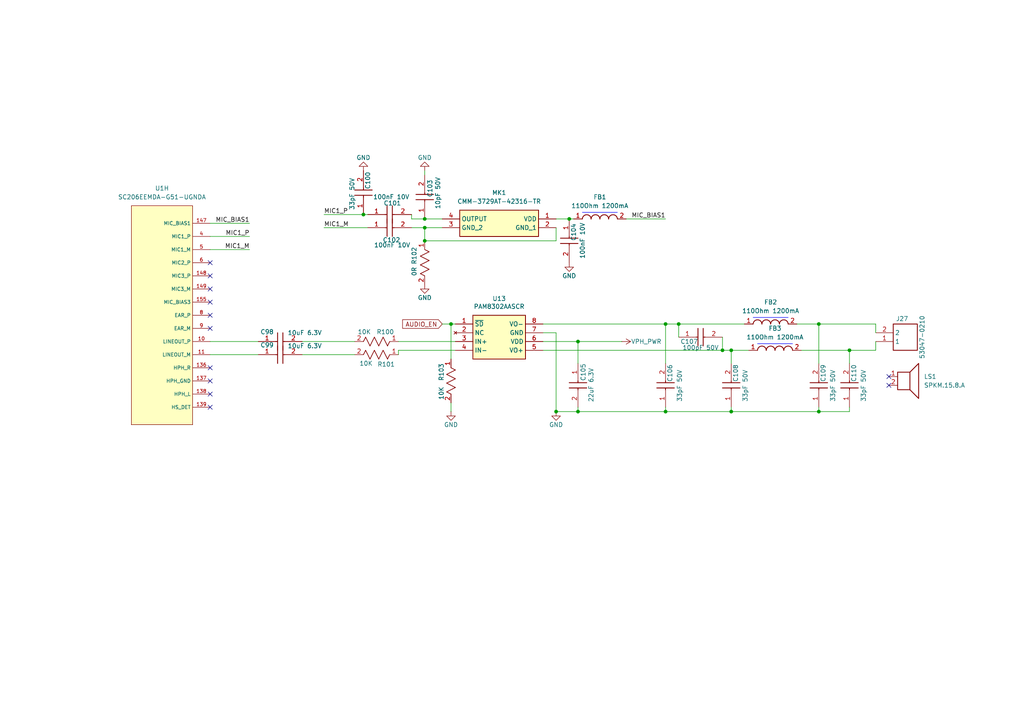
<source format=kicad_sch>
(kicad_sch (version 20250114) (generator "eeschema") (generator_version "9.0")
  (paper "A4")
  (title_block (title "Audio") (date "2025-10-10") (rev "v1.0") (company "Author: Mehmet Cihangir") (comment 1 "CamTracker"))
  (lib_symbols
    (symbol "000MCLib:53047-0210"
      (property "Reference" "J" (at -0.762 5.842 0))
      (property "Value" "53047-0210" (at -5.08 -4.826 0))
      (symbol "53047-0210_1_1"
        (rectangle (start -3.81 3.81) (end 3.175 -3.81) (stroke (width 0.254)))
        (pin passive line (at -8.89 1.27 0) (length 5.08) (name "2") (number "2"))
        (pin passive line (at -8.89 -1.27 0) (length 5.08) (name "1") (number "1"))
      )
    )
    (symbol "000MCLib:74269242111" (pin_names (hide yes))
      (property "Reference" "FB1" (at 0 6.35 0))
      (property "Value" "110Ohm 1200mA" (at 0 3.81 0))
      (symbol "74269242111_1_1"
        (polyline (pts (xy -5.08 1.905) (xy 5.08 1.905)) (stroke (width 0) (color 0 0 255 1)))
        (arc (start -5.08 0) (mid -3.81 1.219) (end -2.54 0) (stroke (width 0.254)))
        (arc (start -2.54 0) (mid -1.27 1.219) (end 0 0) (stroke (width 0.254)))
        (arc (start 0 0) (mid 1.27 1.219) (end 2.54 0) (stroke (width 0.254)))
        (arc (start 2.54 0) (mid 3.81 1.219) (end 5.08 0) (stroke (width 0.254)))
        (pin passive line (at -7.62 0 0) (length 2.54) (name "1") (number "1"))
        (pin passive line (at 7.62 0 180) (length 2.54) (name "2") (number "2"))
      )
    )
    (symbol "000MCLib:CMM-3729AT-42316-TR"
      (property "Reference" "MK" (at 29.21 7.62 0))
      (property "Value" "CMM-3729AT-42316-TR" (at 29.21 5.08 0))
      (symbol "CMM-3729AT-42316-TR_1_1"
        (rectangle (start 5.08 2.54) (end 27.94 -5.08) (stroke (width 0.254)) (fill (type background)))
        (pin passive line (at 0 0 0) (length 5.08) (name "OUTPUT") (number "4"))
        (pin passive line (at 0 -2.54 0) (length 5.08) (name "GND_2") (number "3"))
        (pin passive line (at 33.02 0 180) (length 5.08) (name "VDD") (number "1"))
        (pin passive line (at 33.02 -2.54 180) (length 5.08) (name "GND_1") (number "2"))
      )
    )
    (symbol "000MCLib:GRM1555C1H100JA01D" (pin_names (hide yes))
      (property "Reference" "C" (at -0.762 5.334 0))
      (property "Value" "10pF 50V" (at -5.08 -3.302 0))
      (symbol "GRM1555C1H100JA01D_1_1"
        (polyline (pts (xy -1.27 0) (xy -0.762 0)) (stroke (width 0.254)))
        (polyline (pts (xy -0.762 2.54) (xy -0.762 -2.54)) (stroke (width 0.254)))
        (polyline (pts (xy 0.762 2.54) (xy 0.762 -2.54)) (stroke (width 0.254)))
        (polyline (pts (xy 0.762 0) (xy 1.27 0)) (stroke (width 0.254)))
        (pin passive line (at -6.35 0 0) (length 5.08) (name "1") (number "1"))
        (pin passive line (at 6.35 0 180) (length 5.08) (name "2") (number "2"))
      )
    )
    (symbol "000MCLib:GRM1555C1H101JA01J" (pin_names (hide yes))
      (property "Reference" "C" (at -0.508 4.826 0))
      (property "Value" "100pF 50V" (at -4.318 -3.048 0))
      (symbol "GRM1555C1H101JA01J_1_1"
        (polyline (pts (xy -1.27 0) (xy -0.762 0)) (stroke (width 0.254)))
        (polyline (pts (xy -0.762 2.54) (xy -0.762 -2.54)) (stroke (width 0.254)))
        (polyline (pts (xy 0.762 2.54) (xy 0.762 -2.54)) (stroke (width 0.254)))
        (polyline (pts (xy 0.762 0) (xy 1.27 0)) (stroke (width 0.254)))
        (pin passive line (at -6.35 0 0) (length 5.08) (name "1") (number "1"))
        (pin passive line (at 6.35 0 180) (length 5.08) (name "2") (number "2"))
      )
    )
    (symbol "000MCLib:GRM1555C1H330JA01D" (pin_names (hide yes))
      (property "Reference" "C" (at -0.508 4.826 0))
      (property "Value" "33pF 50V" (at -4.318 -3.048 0))
      (symbol "GRM1555C1H330JA01D_1_1"
        (polyline (pts (xy -1.27 0) (xy -0.762 0)) (stroke (width 0.254)))
        (polyline (pts (xy -0.762 2.54) (xy -0.762 -2.54)) (stroke (width 0.254)))
        (polyline (pts (xy 0.762 2.54) (xy 0.762 -2.54)) (stroke (width 0.254)))
        (polyline (pts (xy 0.762 0) (xy 1.27 0)) (stroke (width 0.254)))
        (pin passive line (at -6.35 0 0) (length 5.08) (name "1") (number "1"))
        (pin passive line (at 6.35 0 180) (length 5.08) (name "2") (number "2"))
      )
    )
    (symbol "000MCLib:GRM155R60J106ME15D" (pin_names (hide yes))
      (property "Reference" "C" (at -0.762 5.08 0))
      (property "Value" "10uF 6.3V" (at -4.826 -3.048 0))
      (symbol "GRM155R60J106ME15D_1_1"
        (polyline (pts (xy -1.27 0) (xy -0.762 0)) (stroke (width 0.254)))
        (polyline (pts (xy -0.762 2.54) (xy -0.762 -2.54)) (stroke (width 0.254)))
        (polyline (pts (xy 0.762 2.54) (xy 0.762 -2.54)) (stroke (width 0.254)))
        (polyline (pts (xy 0.762 0) (xy 1.27 0)) (stroke (width 0.254)))
        (pin passive line (at -6.35 0 0) (length 5.08) (name "1") (number "1"))
        (pin passive line (at 6.35 0 180) (length 5.08) (name "2") (number "2"))
      )
    )
    (symbol "000MCLib:GRM155R71A104KA01D" (pin_names (hide yes))
      (property "Reference" "C" (at -1.016 4.318 0))
      (property "Value" "100nF 10V" (at -4.826 -3.048 0))
      (symbol "GRM155R71A104KA01D_1_1"
        (polyline (pts (xy -1.27 0) (xy -0.762 0)) (stroke (width 0.254)))
        (polyline (pts (xy -0.762 2.54) (xy -0.762 -2.54)) (stroke (width 0.254)))
        (polyline (pts (xy 0.762 2.54) (xy 0.762 -2.54)) (stroke (width 0.254)))
        (polyline (pts (xy 0.762 0) (xy 1.27 0)) (stroke (width 0.254)))
        (pin passive line (at -6.35 0 0) (length 5.08) (name "1") (number "1"))
        (pin passive line (at 6.35 0 180) (length 5.08) (name "2") (number "2"))
      )
    )
    (symbol "000MCLib:GRM158R60J226ME01D" (pin_names (hide yes))
      (property "Reference" "C" (at -0.762 4.572 0))
      (property "Value" "22uF 6.3V" (at -4.064 -2.794 0))
      (symbol "GRM158R60J226ME01D_1_1"
        (polyline (pts (xy -1.27 0) (xy -0.762 0)) (stroke (width 0.254)))
        (polyline (pts (xy -0.762 2.54) (xy -0.762 -2.54)) (stroke (width 0.254)))
        (polyline (pts (xy 0.762 2.54) (xy 0.762 -2.54)) (stroke (width 0.254)))
        (polyline (pts (xy 0.762 0) (xy 1.27 0)) (stroke (width 0.254)))
        (pin passive line (at -6.35 0 0) (length 5.08) (name "1") (number "1"))
        (pin passive line (at 6.35 0 180) (length 5.08) (name "2") (number "2"))
      )
    )
    (symbol "000MCLib:PAM8302AASCR"
      (property "Reference" "U" (at -0.762 10.668 0))
      (property "Value" "PAM8302AASCR" (at -7.366 8.382 0))
      (symbol "PAM8302AASCR_1_1"
        (rectangle (start -7.62 6.35) (end 7.62 -6.35) (stroke (width 0.254)) (fill (type background)))
        (pin passive line (at -12.7 3.81 0) (length 5.08) (name "~{SD}") (number "1"))
        (pin no_connect line (at -12.7 1.27 0) (length 5.08) (name "NC") (number "2"))
        (pin passive line (at -12.7 -1.27 0) (length 5.08) (name "IN+") (number "3"))
        (pin passive line (at -12.7 -3.81 0) (length 5.08) (name "IN-") (number "4"))
        (pin passive line (at 12.7 3.81 180) (length 5.08) (name "VO-") (number "8"))
        (pin passive line (at 12.7 1.27 180) (length 5.08) (name "GND") (number "7"))
        (pin passive line (at 12.7 -1.27 180) (length 5.08) (name "VDD") (number "6"))
        (pin passive line (at 12.7 -3.81 180) (length 5.08) (name "VO+") (number "5"))
      )
    )
    (symbol "000MCLib:RC0402JR-070RL" (pin_names (offset 0.254))
      (property "Reference" "R" (at 0 3.302 0))
      (property "Value" "0R" (at 0 -3.81 0))
      (symbol "RC0402JR-070RL_1_1"
        (polyline (pts (xy -3.81 0) (xy -3.175 1.27)) (stroke (width 0.2032)))
        (polyline (pts (xy -3.175 1.27) (xy -1.905 -1.27)) (stroke (width 0.2032)))
        (polyline (pts (xy -1.905 -1.27) (xy -0.635 1.27)) (stroke (width 0.2032)))
        (polyline (pts (xy -0.635 1.27) (xy 0.635 -1.27)) (stroke (width 0.2032)))
        (polyline (pts (xy 0.635 -1.27) (xy 1.905 1.27)) (stroke (width 0.2032)))
        (polyline (pts (xy 1.905 1.27) (xy 3.175 -1.27)) (stroke (width 0.2032)))
        (polyline (pts (xy 3.175 -1.27) (xy 3.81 0)) (stroke (width 0.2032)))
        (pin passive line (at -6.35 0 0) (length 2.54) (name "") (number "2"))
        (pin passive line (at 6.35 0 180) (length 2.54) (name "") (number "1"))
      )
      (symbol "RC0402JR-070RL_1_2"
        (polyline (pts (xy -1.27 8.255) (xy 1.27 9.525)) (stroke (width 0.2032)))
        (polyline (pts (xy -1.27 5.715) (xy 1.27 6.985)) (stroke (width 0.2032)))
        (polyline (pts (xy -1.27 3.175) (xy 1.27 4.445)) (stroke (width 0.2032)))
        (polyline (pts (xy 0 2.54) (xy -1.27 3.175)) (stroke (width 0.2032)))
        (polyline (pts (xy 1.27 9.525) (xy 0 10.16)) (stroke (width 0.2032)))
        (polyline (pts (xy 1.27 6.985) (xy -1.27 8.255)) (stroke (width 0.2032)))
        (polyline (pts (xy 1.27 4.445) (xy -1.27 5.715)) (stroke (width 0.2032)))
        (pin unspecified line (at 0 12.7 270) (length 2.54) (name "") (number "1"))
        (pin unspecified line (at 0 0 90) (length 2.54) (name "") (number "2"))
      )
    )
    (symbol "000MCLib:RC0402JR-0710KL" (pin_names (offset 0.254))
      (property "Reference" "R" (at 0 3.302 0))
      (property "Value" "10K" (at 0 -3.81 0))
      (symbol "RC0402JR-0710KL_1_1"
        (polyline (pts (xy -3.81 0) (xy -3.175 1.27)) (stroke (width 0.2032)))
        (polyline (pts (xy -3.175 1.27) (xy -1.905 -1.27)) (stroke (width 0.2032)))
        (polyline (pts (xy -1.905 -1.27) (xy -0.635 1.27)) (stroke (width 0.2032)))
        (polyline (pts (xy -0.635 1.27) (xy 0.635 -1.27)) (stroke (width 0.2032)))
        (polyline (pts (xy 0.635 -1.27) (xy 1.905 1.27)) (stroke (width 0.2032)))
        (polyline (pts (xy 1.905 1.27) (xy 3.175 -1.27)) (stroke (width 0.2032)))
        (polyline (pts (xy 3.175 -1.27) (xy 3.81 0)) (stroke (width 0.2032)))
        (pin passive line (at -6.35 0 0) (length 2.54) (name "") (number "2"))
        (pin passive line (at 6.35 0 180) (length 2.54) (name "") (number "1"))
      )
      (symbol "RC0402JR-0710KL_1_2"
        (polyline (pts (xy -1.27 8.255) (xy 1.27 9.525)) (stroke (width 0.2032)))
        (polyline (pts (xy -1.27 5.715) (xy 1.27 6.985)) (stroke (width 0.2032)))
        (polyline (pts (xy -1.27 3.175) (xy 1.27 4.445)) (stroke (width 0.2032)))
        (polyline (pts (xy 0 2.54) (xy -1.27 3.175)) (stroke (width 0.2032)))
        (polyline (pts (xy 1.27 9.525) (xy 0 10.16)) (stroke (width 0.2032)))
        (polyline (pts (xy 1.27 6.985) (xy -1.27 8.255)) (stroke (width 0.2032)))
        (polyline (pts (xy 1.27 4.445) (xy -1.27 5.715)) (stroke (width 0.2032)))
        (pin unspecified line (at 0 12.7 270) (length 2.54) (name "") (number "1"))
        (pin unspecified line (at 0 0 90) (length 2.54) (name "") (number "2"))
      )
    )
    (symbol "000MCLib:SC200E"
      (property "Reference" "U" (at -34.544 72.644 0))
      (property "Value" "SC200E/SC206E" (at 39.116 -77.089 0))
      (symbol "SC200E_1_0"
        (unit_name "Power")
        (pin passive line (at -40.64 64.77 0) (length 5.08) (name "GND") (number "3"))
        (pin passive line (at -40.64 62.23 0) (length 5.08) (name "GND") (number "7"))
        (pin passive line (at -40.64 59.69 0) (length 5.08) (name "GND") (number "12"))
        (pin passive line (at -40.64 57.15 0) (length 5.08) (name "GND") (number "15"))
        (pin passive line (at -40.64 54.61 0) (length 5.08) (name "GND") (number "27"))
        (pin passive line (at -40.64 52.07 0) (length 5.08) (name "GND") (number "51"))
        (pin passive line (at -40.64 49.53 0) (length 5.08) (name "GND") (number "62"))
        (pin passive line (at -40.64 46.99 0) (length 5.08) (name "GND") (number "69"))
        (pin passive line (at -40.64 44.45 0) (length 5.08) (name "GND") (number "76"))
        (pin passive line (at -40.64 41.91 0) (length 5.08) (name "GND") (number "78"))
        (pin passive line (at -40.64 39.37 0) (length 5.08) (name "GND") (number "85"))
        (pin passive line (at -40.64 36.83 0) (length 5.08) (name "GND") (number "86"))
        (pin passive line (at -40.64 34.29 0) (length 5.08) (name "GND") (number "88"))
        (pin passive line (at -40.64 31.75 0) (length 5.08) (name "GND") (number "89"))
        (pin passive line (at -40.64 29.21 0) (length 5.08) (name "GND") (number "120"))
        (pin passive line (at -40.64 26.67 0) (length 5.08) (name "GND") (number "122"))
        (pin passive line (at -40.64 24.13 0) (length 5.08) (name "GND") (number "130"))
        (pin passive line (at -40.64 21.59 0) (length 5.08) (name "GND") (number "132"))
        (pin passive line (at -40.64 19.05 0) (length 5.08) (name "GND") (number "135"))
        (pin passive line (at -40.64 16.51 0) (length 5.08) (name "GND") (number "140"))
        (pin passive line (at -40.64 13.97 0) (length 5.08) (name "GND") (number "143"))
        (pin passive line (at -40.64 11.43 0) (length 5.08) (name "GND") (number "144"))
        (pin passive line (at -40.64 8.89 0) (length 5.08) (name "GND") (number "162"))
        (pin passive line (at -40.64 6.35 0) (length 5.08) (name "GND") (number "171"))
        (pin passive line (at -40.64 3.81 0) (length 5.08) (name "GND") (number "172"))
        (pin passive line (at -40.64 1.27 0) (length 5.08) (name "GND") (number "176"))
        (pin passive line (at -40.64 -1.27 0) (length 5.08) (name "GND") (number "187"))
        (pin passive line (at -40.64 -3.81 0) (length 5.08) (name "GND") (number "188"))
        (pin passive line (at -40.64 -6.35 0) (length 5.08) (name "GND") (number "189"))
        (pin passive line (at -40.64 -8.89 0) (length 5.08) (name "GND") (number "190"))
        (pin passive line (at -40.64 -11.43 0) (length 5.08) (name "GND") (number "191"))
        (pin passive line (at -40.64 -13.97 0) (length 5.08) (name "GND") (number "202"))
        (pin passive line (at -40.64 -16.51 0) (length 5.08) (name "GND") (number "203"))
        (pin passive line (at -40.64 -19.05 0) (length 5.08) (name "GND") (number "204"))
        (pin passive line (at -40.64 -21.59 0) (length 5.08) (name "GND") (number "206"))
        (pin passive line (at -40.64 -24.13 0) (length 5.08) (name "GND") (number "207"))
        (pin passive line (at -40.64 -26.67 0) (length 5.08) (name "GND") (number "208"))
        (pin passive line (at -40.64 -29.21 0) (length 5.08) (name "GND") (number "209"))
        (pin passive line (at -40.64 -31.75 0) (length 5.08) (name "GND") (number "210"))
        (pin passive line (at -40.64 -34.29 0) (length 5.08) (name "GND") (number "211"))
        (pin passive line (at -40.64 -36.83 0) (length 5.08) (name "GND") (number "212"))
        (pin passive line (at -40.64 -39.37 0) (length 5.08) (name "GND") (number "213"))
        (pin passive line (at -40.64 -41.91 0) (length 5.08) (name "GND") (number "214"))
        (pin passive line (at -40.64 -44.45 0) (length 5.08) (name "GND") (number "215"))
        (pin passive line (at -40.64 -46.99 0) (length 5.08) (name "GND") (number "216"))
        (pin passive line (at -40.64 -49.53 0) (length 5.08) (name "GND") (number "217"))
        (pin passive line (at -40.64 -52.07 0) (length 5.08) (name "GND") (number "218"))
        (pin passive line (at -40.64 -54.61 0) (length 5.08) (name "GND") (number "219"))
        (pin passive line (at -40.64 -57.15 0) (length 5.08) (name "GND") (number "220"))
        (pin passive line (at -40.64 -59.69 0) (length 5.08) (name "GND") (number "221"))
        (pin passive line (at -40.64 -62.23 0) (length 5.08) (name "GND") (number "222"))
        (pin passive line (at -40.64 -64.77 0) (length 5.08) (name "GND") (number "223"))
        (pin passive line (at -40.64 -67.31 0) (length 5.08) (name "GND") (number "224"))
        (pin passive line (at -25.4 -76.2 90) (length 5.08) (name "RESERVED") (number "16"))
        (pin passive line (at -21.59 -76.2 90) (length 5.08) (name "RESERVED") (number "167"))
        (pin passive line (at -17.78 -76.2 90) (length 5.08) (name "RESERVED") (number "168"))
        (pin passive line (at -13.97 -76.2 90) (length 5.08) (name "RESERVED") (number "169"))
        (pin passive line (at -10.16 -76.2 90) (length 5.08) (name "RESERVED") (number "170"))
        (pin passive line (at -6.35 -76.2 90) (length 5.08) (name "RESERVED") (number "174"))
        (pin passive line (at -2.54 -76.2 90) (length 5.08) (name "RESERVED") (number "175"))
        (pin passive line (at 1.27 -76.2 90) (length 5.08) (name "RESERVED") (number "178"))
        (pin passive line (at 5.08 -76.2 90) (length 5.08) (name "RESERVED") (number "179"))
        (pin passive line (at 8.89 -76.2 90) (length 5.08) (name "RESERVED") (number "193"))
        (pin passive line (at 12.7 -76.2 90) (length 5.08) (name "RESERVED") (number "232"))
        (pin passive line (at 16.51 -76.2 90) (length 5.08) (name "RESERVED") (number "242"))
        (pin passive line (at 20.32 -76.2 90) (length 5.08) (name "RESERVED") (number "257"))
        (pin passive line (at 24.13 -76.2 90) (length 5.08) (name "RESERVED") (number "263"))
        (pin power_in line (at 39.37 64.77 180) (length 5.08) (name "VBAT") (number "1"))
        (pin power_in line (at 39.37 62.23 180) (length 5.08) (name "VBAT") (number "2"))
        (pin power_in line (at 39.37 59.69 180) (length 5.08) (name "VBAT") (number "145"))
        (pin power_in line (at 39.37 57.15 180) (length 5.08) (name "VBAT") (number "146"))
        (pin power_out line (at 39.37 52.07 180) (length 5.08) (name "LDO15A_1V8") (number "111"))
        (pin power_out line (at 39.37 49.53 180) (length 5.08) (name "LDO_IOVDD") (number "125"))
        (pin power_in line (at 39.37 46.99 180) (length 5.08) (name "VRTC") (number "126"))
        (pin power_out line (at 39.37 44.45 180) (length 5.08) (name "VDD_2V8") (number "129"))
        (pin power_out line (at 39.37 41.91 180) (length 5.08) (name "LDO17A_3V0") (number "156"))
        (pin power_out line (at 39.37 39.37 180) (length 5.08) (name "VPH_PWR") (number "184"))
        (pin passive line (at 39.37 34.29 180) (length 5.08) (name "BAT_P") (number "133"))
        (pin input line (at 39.37 31.75 180) (length 5.08) (name "BATH_THERM") (number "134"))
        (pin passive line (at 39.37 29.21 180) (length 5.08) (name "BAT_M") (number "183"))
        (pin input line (at 39.37 26.67 180) (length 5.08) (name "BAT_ID") (number "185"))
        (pin passive line (at 39.37 21.59 180) (length 5.08) (name "CBL_PWR_N") (number "186"))
        (pin passive line (at 39.37 15.24 180) (length 5.08) (name "GND") (number "274"))
        (pin passive line (at 39.37 12.7 180) (length 5.08) (name "GND") (number "273"))
        (pin passive line (at 39.37 10.16 180) (length 5.08) (name "GND") (number "272"))
        (pin passive line (at 39.37 7.62 180) (length 5.08) (name "GND") (number "271"))
        (pin passive line (at 39.37 5.08 180) (length 5.08) (name "GND") (number "269"))
        (pin passive line (at 39.37 2.54 180) (length 5.08) (name "GND") (number "268"))
        (pin passive line (at 39.37 0 180) (length 5.08) (name "GND") (number "266"))
        (pin passive line (at 39.37 -2.54 180) (length 5.08) (name "GND") (number "261"))
        (pin passive line (at 39.37 -5.08 180) (length 5.08) (name "GND") (number "259"))
        (pin passive line (at 39.37 -7.62 180) (length 5.08) (name "GND") (number "258"))
        (pin passive line (at 39.37 -10.16 180) (length 5.08) (name "GND") (number "256"))
        (pin passive line (at 39.37 -12.7 180) (length 5.08) (name "GND") (number "255"))
        (pin passive line (at 39.37 -15.24 180) (length 5.08) (name "GND") (number "251"))
        (pin passive line (at 39.37 -17.78 180) (length 5.08) (name "GND") (number "250"))
        (pin passive line (at 39.37 -20.32 180) (length 5.08) (name "GND") (number "248"))
        (pin passive line (at 39.37 -22.86 180) (length 5.08) (name "GND") (number "247"))
        (pin passive line (at 39.37 -25.4 180) (length 5.08) (name "GND") (number "245"))
        (pin passive line (at 39.37 -27.94 180) (length 5.08) (name "GND") (number "244"))
        (pin passive line (at 39.37 -30.48 180) (length 5.08) (name "GND") (number "243"))
        (pin passive line (at 39.37 -33.02 180) (length 5.08) (name "GND") (number "241"))
        (pin passive line (at 39.37 -35.56 180) (length 5.08) (name "GND") (number "240"))
        (pin passive line (at 39.37 -38.1 180) (length 5.08) (name "GND") (number "238"))
        (pin passive line (at 39.37 -40.64 180) (length 5.08) (name "GND") (number "237"))
        (pin passive line (at 39.37 -43.18 180) (length 5.08) (name "GND") (number "236"))
        (pin passive line (at 39.37 -45.72 180) (length 5.08) (name "GND") (number "235"))
        (pin passive line (at 39.37 -48.26 180) (length 5.08) (name "GND") (number "234"))
        (pin passive line (at 39.37 -50.8 180) (length 5.08) (name "GND") (number "233"))
        (pin passive line (at 39.37 -53.34 180) (length 5.08) (name "GND") (number "231"))
        (pin passive line (at 39.37 -55.88 180) (length 5.08) (name "GND") (number "230"))
        (pin passive line (at 39.37 -58.42 180) (length 5.08) (name "GND") (number "229"))
        (pin passive line (at 39.37 -60.96 180) (length 5.08) (name "GND") (number "228"))
        (pin passive line (at 39.37 -63.5 180) (length 5.08) (name "GND") (number "227"))
        (pin passive line (at 39.37 -66.04 180) (length 5.08) (name "GND") (number "226"))
      )
      (symbol "SC200E_1_1"
        (unit_name "Power")
        (rectangle (start -35.56 69.85) (end 34.29 -71.12) (fill (type background)))
      )
      (symbol "SC200E_2_1"
        (unit_name "Display")
        (rectangle (start -10.16 36.83) (end 7.62 -34.29) (fill (type background)))
        (pin passive line (at 12.7 31.75 180) (length 5.08) (name "LCD_RST") (number "49"))
        (pin passive line (at 12.7 27.94 180) (length 5.08) (name "LCD_TE") (number "50"))
        (pin passive line (at 12.7 24.13 180) (length 5.08) (name "DSI_CLK_N") (number "52"))
        (pin passive line (at 12.7 20.32 180) (length 5.08) (name "DSI_CLK_P") (number "53"))
        (pin passive line (at 12.7 16.51 180) (length 5.08) (name "DSI_LN0_N") (number "54"))
        (pin passive line (at 12.7 12.7 180) (length 5.08) (name "DSI_LN0_P") (number "55"))
        (pin passive line (at 12.7 8.89 180) (length 5.08) (name "DSI_LN1_N") (number "56"))
        (pin passive line (at 12.7 5.08 180) (length 5.08) (name "DSI_LN1_P") (number "57"))
        (pin passive line (at 12.7 1.27 180) (length 5.08) (name "DSI_LN2_N") (number "58"))
        (pin passive line (at 12.7 -2.54 180) (length 5.08) (name "DSI_LN2_P") (number "59"))
        (pin passive line (at 12.7 -6.35 180) (length 5.08) (name "DSI_LN3_N") (number "60"))
        (pin passive line (at 12.7 -10.16 180) (length 5.08) (name "DSI_LN3_P") (number "61"))
        (pin passive line (at 12.7 -13.97 180) (length 5.08) (name "TP_RST") (number "31"))
        (pin passive line (at 12.7 -17.78 180) (length 5.08) (name "TP_INT") (number "30"))
        (pin passive line (at 12.7 -21.59 180) (length 5.08) (name "TP_I2C_SCL") (number "47"))
        (pin passive line (at 12.7 -25.4 180) (length 5.08) (name "TP_I2C_SDA") (number "48"))
        (pin passive line (at 12.7 -29.21 180) (length 5.08) (name "DSI_PWM") (number "29"))
      )
      (symbol "SC200E_3_0"
        (unit_name "Cameras")
        (pin passive line (at 16.51 69.85 180) (length 5.08) (name "CSI0_CLK_N") (number "157"))
        (pin passive line (at 16.51 66.04 180) (length 5.08) (name "CSI0_CLK_P") (number "196"))
        (pin passive line (at 16.51 59.69 180) (length 5.08) (name "CSI0_LN0_N") (number "158"))
        (pin passive line (at 16.51 55.88 180) (length 5.08) (name "CSI0_LN0_P") (number "197"))
        (pin passive line (at 16.51 49.53 180) (length 5.08) (name "CSI0_LN1_N") (number "159"))
        (pin passive line (at 16.51 45.72 180) (length 5.08) (name "CSI0_LN1_P") (number "198"))
        (pin passive line (at 16.51 39.37 180) (length 5.08) (name "CSI0_LN2_N") (number "160"))
        (pin passive line (at 16.51 35.56 180) (length 5.08) (name "CSI0_LN2_P") (number "199"))
        (pin passive line (at 16.51 29.21 180) (length 5.08) (name "CSI0_LN3_N") (number "161"))
        (pin passive line (at 16.51 25.4 180) (length 5.08) (name "CSI0_LN3_P") (number "200"))
        (pin passive line (at 16.51 19.05 180) (length 5.08) (name "CAM0_I2C_SCL") (number "83"))
        (pin passive line (at 16.51 15.24 180) (length 5.08) (name "CAM0_I2C_SDA") (number "84"))
        (pin passive line (at 16.51 11.43 180) (length 5.08) (name "CAM0_PWDN") (number "80"))
        (pin passive line (at 16.51 7.62 180) (length 5.08) (name "CAM0_MCLK") (number "74"))
        (pin passive line (at 16.51 3.81 180) (length 5.08) (name "CAM0_RST") (number "79"))
        (pin passive line (at 16.51 -5.08 180) (length 5.08) (name "CSI1_CLK_N") (number "63"))
        (pin passive line (at 16.51 -8.89 180) (length 5.08) (name "CSI1_CLK_P") (number "64"))
        (pin passive line (at 16.51 -15.24 180) (length 5.08) (name "CSI1_LN0_N") (number "65"))
        (pin passive line (at 16.51 -19.05 180) (length 5.08) (name "CSI1_LN0_P") (number "66"))
        (pin passive line (at 16.51 -25.4 180) (length 5.08) (name "CSI1_LN1_N") (number "67"))
        (pin passive line (at 16.51 -29.21 180) (length 5.08) (name "CSI1_LN1_P") (number "68"))
        (pin passive line (at 16.51 -35.56 180) (length 5.08) (name "CSI1_LN2_N") (number "72"))
        (pin passive line (at 16.51 -39.37 180) (length 5.08) (name "CSI1_LN2_P") (number "73"))
        (pin passive line (at 16.51 -45.72 180) (length 5.08) (name "CSI1_LN3_N") (number "70"))
        (pin passive line (at 16.51 -49.53 180) (length 5.08) (name "CSI1_LN3_P") (number "71"))
        (pin passive line (at 16.51 -55.88 180) (length 5.08) (name "CAM1_I2C_SCL") (number "166"))
        (pin passive line (at 16.51 -59.69 180) (length 5.08) (name "CAM1_I2C_SDA") (number "205"))
        (pin passive line (at 16.51 -63.5 180) (length 5.08) (name "CAM1_PWDN") (number "82"))
        (pin passive line (at 16.51 -67.31 180) (length 5.08) (name "CAM1_MCLK") (number "75"))
        (pin passive line (at 16.51 -71.12 180) (length 5.08) (name "CAM1_RST") (number "81"))
        (pin passive line (at 16.51 -80.01 180) (length 5.08) (name "CAM2_PWDN") (number "163"))
        (pin passive line (at 16.51 -83.82 180) (length 5.08) (name "CAM2_RST") (number "164"))
        (pin passive line (at 16.51 -87.63 180) (length 5.08) (name "CAM2_MCLK") (number "165"))
      )
      (symbol "SC200E_3_1"
        (unit_name "Cameras")
        (rectangle (start -13.97 74.295) (end 11.43 -92.71) (fill (type background)))
      )
      (symbol "SC200E_4_0"
        (unit_name "Interfaces")
        (pin passive line (at 15.24 86.36 180) (length 5.08) (name "FLASH_LED") (number "180"))
        (pin passive line (at 15.24 82.55 180) (length 5.08) (name "CHG_LED") (number "195"))
        (pin passive line (at 15.24 77.47 180) (length 5.08) (name "VOL_UP") (number "95"))
        (pin passive line (at 15.24 73.66 180) (length 5.08) (name "VOL_DOWN") (number "96"))
        (pin passive line (at 15.24 69.85 180) (length 5.08) (name "PWRKEY") (number "114"))
        (pin passive line (at 15.24 66.04 180) (length 5.08) (name "RESET_N") (number "225"))
      )
      (symbol "SC200E_4_1"
        (unit_name "Interfaces")
        (rectangle (start -22.86 90.17) (end 10.16 -88.9) (fill (type background)))
        (rectangle (start -22.86 80.01) (end 10.16 63.5))
        (rectangle (start 10.16 63.5) (end -22.86 54.61))
        (rectangle (start 10.16 54.61) (end -22.86 49.53))
        (rectangle (start 10.16 49.53) (end -22.86 44.45))
        (text "ADC" (at -20.574 53.086 0) (effects (font (size 1.27 1.27))))
        (text "Sensor " (at -18.796 62.23 0) (effects (font (size 1.27 1.27))))
        (text "Keypad " (at -18.542 78.486 0) (effects (font (size 1.27 1.27))))
        (text "GPIO/SPI/I2C" (at -15.748 42.418 0) (effects (font (size 1.27 1.27))))
        (text "Vibration Driver" (at -14.986 48.006 0) (effects (font (size 1.27 1.27))))
        (text "Flash & Indication " (at -13.208 88.9 0) (effects (font (size 1.27 1.27))))
        (pin passive line (at 15.24 60.96 180) (length 5.08) (name "SENSOR_I2C_SCL") (number "91"))
        (pin passive line (at 15.24 57.15 180) (length 5.08) (name "SENSOR_I2C_SDA") (number "92"))
        (pin passive line (at 15.24 52.07 180) (length 5.08) (name "ADC") (number "128"))
        (pin passive line (at 15.24 46.99 180) (length 5.08) (name "VIB_DRV_P") (number "28"))
        (pin passive line (at 15.24 41.91 180) (length 5.08) (name "GPIO_28") (number "33"))
        (pin passive line (at 15.24 38.1 180) (length 5.08) (name "GPIO_31") (number "97"))
        (pin passive line (at 15.24 34.29 180) (length 5.08) (name "GPIO_32") (number "99"))
        (pin passive line (at 15.24 30.48 180) (length 5.08) (name "GPIO_33") (number "108"))
        (pin passive line (at 15.24 26.67 180) (length 5.08) (name "GPIO_34") (number "109"))
        (pin passive line (at 15.24 22.86 180) (length 5.08) (name "GPIO_35") (number "107"))
        (pin passive line (at 15.24 19.05 180) (length 5.08) (name "GPIO_36") (number "110"))
        (pin passive line (at 15.24 15.24 180) (length 5.08) (name "GPIO_55") (number "100"))
        (pin passive line (at 15.24 11.43 180) (length 5.08) (name "GPIO_56") (number "106"))
        (pin passive line (at 15.24 7.62 180) (length 5.08) (name "GPIO_57") (number "112"))
        (pin passive line (at 15.24 3.81 180) (length 5.08) (name "GPIO_58") (number "113"))
        (pin passive line (at 15.24 0 180) (length 5.08) (name "GPIO_60") (number "123"))
        (pin passive line (at 15.24 -3.81 180) (length 5.08) (name "GPIO_86") (number "182"))
        (pin passive line (at 15.24 -7.62 180) (length 5.08) (name "GPIO_112") (number "177"))
        (pin passive line (at 15.24 -11.43 180) (length 5.08) (name "GPIO_111") (number "267"))
        (pin passive line (at 15.24 -15.24 180) (length 5.08) (name "GPIO_98") (number "265"))
        (pin passive line (at 15.24 -19.05 180) (length 5.08) (name "GPIO_99") (number "105"))
        (pin passive line (at 15.24 -22.86 180) (length 5.08) (name "REAR_CAM_EN/GPIO_100") (number "264"))
        (pin passive line (at 15.24 -26.67 180) (length 5.08) (name "FRONT_CAM_EN/GPIO_101") (number "239"))
        (pin passive line (at 15.24 -30.48 180) (length 5.08) (name "GPIO_102") (number "104"))
        (pin passive line (at 15.24 -34.29 180) (length 5.08) (name "GPIO_103") (number "103"))
        (pin passive line (at 15.24 -38.1 180) (length 5.08) (name "GPIO_104") (number "101"))
        (pin passive line (at 15.24 -41.91 180) (length 5.08) (name "GPIO_105") (number "102"))
        (pin passive line (at 15.24 -45.72 180) (length 5.08) (name "GPIO_106") (number "90"))
        (pin passive line (at 15.24 -49.53 180) (length 5.08) (name "GPIO_107") (number "98"))
        (pin passive line (at 15.24 -53.34 180) (length 5.08) (name "SPI_MISO/GPIO_14") (number "118"))
        (pin passive line (at 15.24 -57.15 180) (length 5.08) (name "SPI_MOSI/GPIO_15") (number "119"))
        (pin passive line (at 15.24 -60.96 180) (length 5.08) (name "SPI_CLK/GPIO_16") (number "116"))
        (pin passive line (at 15.24 -64.77 180) (length 5.08) (name "SPI_CS_N/GPIO_17") (number "117"))
        (pin passive line (at 15.24 -68.58 180) (length 5.08) (name "PMU_GPIO03") (number "124"))
        (pin passive line (at 15.24 -72.39 180) (length 5.08) (name "PMU_GPIO04") (number "115"))
        (pin passive line (at 15.24 -76.2 180) (length 5.08) (name "PMU_GPIO08") (number "127"))
        (pin passive line (at 15.24 -80.01 180) (length 5.08) (name "PMU_GPIO07") (number "201"))
        (pin passive line (at 15.24 -83.82 180) (length 5.08) (name "NFC_CLK") (number "181"))
      )
      (symbol "SC200E_5_1"
        (unit_name "USB_UARTs")
        (rectangle (start -11.43 50.8) (end 10.16 -49.53) (fill (type background)))
        (pin passive line (at 15.24 48.26 180) (length 5.08) (name "USB_BOOT") (number "46"))
        (pin passive line (at 15.24 44.45 180) (length 5.08) (name "USB_VBUS") (number "141"))
        (pin passive line (at 15.24 40.64 180) (length 5.08) (name "USB_VBUS") (number "142"))
        (pin passive line (at 15.24 36.83 180) (length 5.08) (name "USB_CC1") (number "249"))
        (pin passive line (at 15.24 33.02 180) (length 5.08) (name "USB_CC2") (number "246"))
        (pin passive line (at 15.24 29.21 180) (length 5.08) (name "USB_DM") (number "13"))
        (pin passive line (at 15.24 25.4 180) (length 5.08) (name "USB_DP") (number "14"))
        (pin passive line (at 15.24 21.59 180) (length 5.08) (name "USB_SS1_RX_P") (number "252"))
        (pin passive line (at 15.24 17.78 180) (length 5.08) (name "USB_SS1_RX_M") (number "270"))
        (pin passive line (at 15.24 13.97 180) (length 5.08) (name "USB_SS1_TX_P") (number "254"))
        (pin passive line (at 15.24 10.16 180) (length 5.08) (name "USB_SS1_TX_M") (number "253"))
        (pin passive line (at 15.24 6.35 180) (length 5.08) (name "USB_SS2_RX_P") (number "152"))
        (pin passive line (at 15.24 2.54 180) (length 5.08) (name "USB_SS2_RX_M") (number "192"))
        (pin passive line (at 15.24 -1.27 180) (length 5.08) (name "USB_SS2_TX_P") (number "150"))
        (pin passive line (at 15.24 -5.08 180) (length 5.08) (name "USB_SS2_TX_M") (number "151"))
        (pin passive line (at 15.24 -12.7 180) (length 5.08) (name "UART0_TXD/GPIO_2") (number "34"))
        (pin passive line (at 15.24 -15.24 180) (length 5.08) (name "UART0_RXD/GPIO_3") (number "35"))
        (pin passive line (at 15.24 -17.78 180) (length 5.08) (name "UART0_CTS/I2C_SDA") (number "36"))
        (pin passive line (at 15.24 -20.32 180) (length 5.08) (name "UART0_RTS/I2C_SCL") (number "37"))
        (pin passive line (at 15.24 -33.02 180) (length 5.08) (name "UART1_TXD") (number "154"))
        (pin passive line (at 15.24 -35.56 180) (length 5.08) (name "UART1_RXD") (number "153"))
        (pin passive line (at 15.24 -44.45 180) (length 5.08) (name "DBG_UART4_TXD") (number "94"))
        (pin passive line (at 15.24 -46.99 180) (length 5.08) (name "DBG_UART4_RXD") (number "93"))
      )
      (symbol "SC200E_6_1"
        (unit_name "SIM_SD_Cards")
        (rectangle (start -10.16 43.18) (end 10.16 -56.515) (fill (type background)))
        (pin passive line (at 15.24 39.37 180) (length 5.08) (name "USIM1_DET") (number "22"))
        (pin passive line (at 15.24 34.29 180) (length 5.08) (name "USIM1_RST") (number "23"))
        (pin passive line (at 15.24 29.21 180) (length 5.08) (name "USIM1_CLK") (number "24"))
        (pin passive line (at 15.24 24.13 180) (length 5.08) (name "USIM1_DATA") (number "25"))
        (pin passive line (at 15.24 19.05 180) (length 5.08) (name "USIM1_VDD") (number "26"))
        (pin passive line (at 15.24 11.43 180) (length 5.08) (name "USIM2_DET") (number "17"))
        (pin passive line (at 15.24 6.35 180) (length 5.08) (name "USIM2_RST") (number "18"))
        (pin passive line (at 15.24 1.27 180) (length 5.08) (name "USIM2_CLK") (number "19"))
        (pin passive line (at 15.24 -3.81 180) (length 5.08) (name "USIM2_DATA") (number "20"))
        (pin passive line (at 15.24 -8.89 180) (length 5.08) (name "USIM2_VDD") (number "21"))
        (pin power_out line (at 15.24 -21.59 180) (length 5.08) (name "SD_LDO4") (number "32"))
        (pin power_out line (at 15.24 -25.4 180) (length 5.08) (name "SD_LDO21") (number "38"))
        (pin passive line (at 15.24 -29.21 180) (length 5.08) (name "SD_CLK") (number "39"))
        (pin passive line (at 15.24 -33.02 180) (length 5.08) (name "SD_CMD") (number "40"))
        (pin passive line (at 15.24 -36.83 180) (length 5.08) (name "SD_DATA0") (number "41"))
        (pin passive line (at 15.24 -40.64 180) (length 5.08) (name "SD_DATA1") (number "42"))
        (pin passive line (at 15.24 -44.45 180) (length 5.08) (name "SD_DATA2") (number "43"))
        (pin passive line (at 15.24 -48.26 180) (length 5.08) (name "SD_DATA3") (number "44"))
        (pin passive line (at 15.24 -52.07 180) (length 5.08) (name "SD_DET") (number "45"))
      )
      (symbol "SC200E_7_1"
        (unit_name "Antennas")
        (rectangle (start -8.89 19.05) (end 8.89 -17.78) (fill (type background)))
        (pin passive line (at 13.97 13.97 180) (length 5.08) (name "ANT_MAIN") (number "87"))
        (pin passive line (at 13.97 10.16 180) (length 5.08) (name "ANT_GNSS") (number "121"))
        (pin passive line (at 13.97 6.35 180) (length 5.08) (name "ANT_DRX") (number "131"))
        (pin passive line (at 13.97 2.54 180) (length 5.08) (name "ANT_WIFI/BT") (number "77"))
        (pin passive line (at 13.97 -1.27 180) (length 5.08) (name "GRFC_13") (number "173"))
        (pin passive line (at 13.97 -5.08 180) (length 5.08) (name "GRFC_14") (number "260"))
        (pin passive line (at 13.97 -8.89 180) (length 5.08) (name "GRFC_15") (number "262"))
        (pin passive line (at 13.97 -12.7 180) (length 5.08) (name "GNSS_LNA_EN") (number "194"))
      )
      (symbol "SC200E_8_1"
        (unit_name "Audio")
        (rectangle (start -8.89 31.75) (end 8.89 -31.75) (fill (type background)))
        (pin passive line (at 13.97 26.67 180) (length 5.08) (name "MIC_BIAS1") (number "147"))
        (pin passive line (at 13.97 22.86 180) (length 5.08) (name "MIC1_P") (number "4"))
        (pin passive line (at 13.97 19.05 180) (length 5.08) (name "MIC1_M") (number "5"))
        (pin passive line (at 13.97 15.24 180) (length 5.08) (name "MIC2_P") (number "6"))
        (pin passive line (at 13.97 11.43 180) (length 5.08) (name "MIC3_P") (number "148"))
        (pin passive line (at 13.97 7.62 180) (length 5.08) (name "MIC3_M") (number "149"))
        (pin passive line (at 13.97 3.81 180) (length 5.08) (name "MIC_BIAS3") (number "155"))
        (pin passive line (at 13.97 0 180) (length 5.08) (name "EAR_P") (number "8"))
        (pin passive line (at 13.97 -3.81 180) (length 5.08) (name "EAR_M") (number "9"))
        (pin passive line (at 13.97 -7.62 180) (length 5.08) (name "LINEOUT_P") (number "10"))
        (pin passive line (at 13.97 -11.43 180) (length 5.08) (name "LINEOUT_M") (number "11"))
        (pin passive line (at 13.97 -15.24 180) (length 5.08) (name "HPH_R") (number "136"))
        (pin passive line (at 13.97 -19.05 180) (length 5.08) (name "HPH_GND") (number "137"))
        (pin passive line (at 13.97 -22.86 180) (length 5.08) (name "HPH_L") (number "138"))
        (pin passive line (at 13.97 -26.67 180) (length 5.08) (name "HS_DET") (number "139"))
      )
    )
    (symbol "000MCLib:SPKM.15.8.A" (pin_names (offset 0) (hide yes))
      (property "Reference" "LS" (at 1.27 5.715 0))
      (property "Value" "SPKM.15.8.A" (at 1.27 3.81 0))
      (symbol "SPKM.15.8.A_0_0"
        (rectangle (start -2.54 1.27) (end 1.016 -3.81) (stroke (width 0.254)))
        (polyline (pts (xy 1.016 1.27) (xy 3.556 3.81) (xy 3.556 -6.35) (xy 1.016 -3.81)) (stroke (width 0.254)))
      )
      (symbol "SPKM.15.8.A_1_1"
        (pin input line (at -5.08 0 0) (length 2.54) (name "1") (number "1"))
        (pin input line (at -5.08 -2.54 0) (length 2.54) (name "2") (number "2"))
      )
    )
    (symbol "power:GND" (power) (pin_numbers (hide yes)) (pin_names (offset 0) (hide yes))
      (property "Value" "GND" (at 0 -3.81 0))
      (symbol "GND_0_1"
        (polyline (pts (xy 0 0) (xy 0 -1.27) (xy 1.27 -1.27) (xy 0 -2.54) (xy -1.27 -1.27) (xy 0 -1.27)))
      )
      (symbol "GND_1_1"
        (pin power_in line (at 0 0 270) (length 0) (name "~") (number "1"))
      )
    )
    (symbol "power:VDD" (power) (pin_numbers (hide yes)) (pin_names (offset 0) (hide yes))
      (property "Value" "VDD" (at 0 3.556 0))
      (symbol "VDD_0_1"
        (polyline (pts (xy -0.762 1.27) (xy 0 2.54)))
        (polyline (pts (xy 0 2.54) (xy 0.762 1.27)))
        (polyline (pts (xy 0 0) (xy 0 2.54)))
      )
      (symbol "VDD_1_1"
        (pin power_in line (at 0 0 90) (length 0) (name "~") (number "1"))
      )
    )
  )
  (junction (at 123.19 69.85))
  (junction (at 193.04 93.98))
  (junction (at 165.1 63.5))
  (junction (at 196.85 93.98))
  (junction (at 246.38 101.6))
  (junction (at 167.64 119.38))
  (junction (at 123.19 66.04))
  (junction (at 123.19 63.5))
  (junction (at 237.49 93.98))
  (junction (at 212.09 119.38))
  (junction (at 209.55 101.6))
  (junction (at 105.41 62.23))
  (junction (at 167.64 99.06))
  (junction (at 212.09 101.6))
  (junction (at 193.04 119.38))
  (junction (at 161.29 119.38))
  (junction (at 237.49 119.38))
  (junction (at 130.81 93.98))
  (no_connect (at 60.96 83.82))
  (no_connect (at 60.96 118.11))
  (no_connect (at 60.96 95.25))
  (no_connect (at 60.96 110.49))
  (no_connect (at 257.81 109.22))
  (no_connect (at 257.81 111.76))
  (no_connect (at 60.96 106.68))
  (no_connect (at 60.96 114.3))
  (no_connect (at 60.96 87.63))
  (no_connect (at 60.96 80.01))
  (no_connect (at 60.96 76.2))
  (no_connect (at 60.96 91.44))
  (wire (pts (xy 209.55 97.79) (xy 209.55 101.6)))
  (wire (pts (xy 212.09 101.6) (xy 217.17 101.6)))
  (wire (pts (xy 237.49 93.98) (xy 254 93.98)))
  (wire (pts (xy 212.09 118.11) (xy 212.09 119.38)))
  (wire (pts (xy 232.41 101.6) (xy 246.38 101.6)))
  (wire (pts (xy 161.29 119.38) (xy 167.64 119.38)))
  (wire (pts (xy 130.81 116.84) (xy 130.81 119.38)))
  (wire (pts (xy 115.57 101.6) (xy 132.08 101.6)))
  (wire (pts (xy 167.64 99.06) (xy 180.34 99.06)))
  (wire (pts (xy 60.96 102.87) (xy 74.93 102.87)))
  (wire (pts (xy 60.96 68.58) (xy 72.39 68.58)))
  (wire (pts (xy 123.19 69.85) (xy 123.19 66.04)))
  (wire (pts (xy 246.38 118.11) (xy 246.38 119.38)))
  (wire (pts (xy 161.29 69.85) (xy 123.19 69.85)))
  (wire (pts (xy 161.29 66.04) (xy 161.29 69.85)))
  (wire (pts (xy 196.85 93.98) (xy 215.9 93.98)))
  (wire (pts (xy 165.1 63.5) (xy 161.29 63.5)))
  (wire (pts (xy 123.19 63.5) (xy 128.27 63.5)))
  (wire (pts (xy 60.96 72.39) (xy 72.39 72.39)))
  (wire (pts (xy 167.64 99.06) (xy 167.64 105.41)))
  (wire (pts (xy 246.38 101.6) (xy 254 101.6)))
  (wire (pts (xy 157.48 101.6) (xy 209.55 101.6)))
  (wire (pts (xy 193.04 119.38) (xy 212.09 119.38)))
  (wire (pts (xy 128.27 93.98) (xy 130.81 93.98)))
  (wire (pts (xy 115.57 99.06) (xy 132.08 99.06)))
  (wire (pts (xy 161.29 96.52) (xy 157.48 96.52)))
  (wire (pts (xy 119.38 66.04) (xy 123.19 66.04)))
  (wire (pts (xy 167.64 118.11) (xy 167.64 119.38)))
  (wire (pts (xy 130.81 104.14) (xy 130.81 93.98)))
  (wire (pts (xy 237.49 93.98) (xy 237.49 105.41)))
  (wire (pts (xy 123.19 49.53) (xy 123.19 50.8)))
  (wire (pts (xy 93.98 62.23) (xy 105.41 62.23)))
  (wire (pts (xy 130.81 93.98) (xy 132.08 93.98)))
  (wire (pts (xy 166.37 63.5) (xy 165.1 63.5)))
  (wire (pts (xy 212.09 101.6) (xy 212.09 105.41)))
  (wire (pts (xy 254 93.98) (xy 254 96.52)))
  (wire (pts (xy 93.98 66.04) (xy 106.68 66.04)))
  (wire (pts (xy 161.29 119.38) (xy 161.29 96.52)))
  (wire (pts (xy 87.63 102.87) (xy 102.87 102.87)))
  (wire (pts (xy 193.04 93.98) (xy 196.85 93.98)))
  (wire (pts (xy 209.55 101.6) (xy 212.09 101.6)))
  (wire (pts (xy 246.38 101.6) (xy 246.38 105.41)))
  (wire (pts (xy 157.48 93.98) (xy 193.04 93.98)))
  (wire (pts (xy 123.19 66.04) (xy 128.27 66.04)))
  (wire (pts (xy 87.63 99.06) (xy 102.87 99.06)))
  (wire (pts (xy 60.96 64.77) (xy 72.39 64.77)))
  (wire (pts (xy 181.61 63.5) (xy 193.04 63.5)))
  (wire (pts (xy 254 101.6) (xy 254 99.06)))
  (wire (pts (xy 237.49 118.11) (xy 237.49 119.38)))
  (wire (pts (xy 193.04 118.11) (xy 193.04 119.38)))
  (wire (pts (xy 237.49 119.38) (xy 212.09 119.38)))
  (wire (pts (xy 105.41 62.23) (xy 106.68 62.23)))
  (wire (pts (xy 119.38 63.5) (xy 119.38 62.23)))
  (wire (pts (xy 119.38 63.5) (xy 123.19 63.5)))
  (wire (pts (xy 193.04 93.98) (xy 193.04 105.41)))
  (wire (pts (xy 246.38 119.38) (xy 237.49 119.38)))
  (wire (pts (xy 115.57 102.87) (xy 115.57 101.6)))
  (wire (pts (xy 231.14 93.98) (xy 237.49 93.98)))
  (wire (pts (xy 196.85 93.98) (xy 196.85 97.79)))
  (wire (pts (xy 193.04 119.38) (xy 167.64 119.38)))
  (wire (pts (xy 60.96 99.06) (xy 74.93 99.06)))
  (wire (pts (xy 157.48 99.06) (xy 167.64 99.06)))
  (label "MIC_BIAS1" (at 193.04 63.5 180))
  (label "MIC_BIAS1" (at 72.39 64.77 180))
  (label "MIC1_P" (at 93.98 62.23 0))
  (label "MIC1_M" (at 72.39 72.39 180))
  (label "MIC1_M" (at 93.98 66.04 0))
  (label "MIC1_P" (at 72.39 68.58 180))
  (global_label "AUDIO_EN" (shape input) (at 128.27 93.98 180) (property "Intersheetrefs" "${INTERSHEET_REFS}" (effects (hide yes))))
  (symbol (lib_id "000MCLib:GRM1555C1H101JA01J") (at 203.2 97.79 0) (unit 1)
    (property "Reference" "C107" (at 199.898 99.06 0))
    (property "Value" "100pF 50V" (at 203.2 100.838 0))
    (property "Footprint" "000MCLib:CAPC1005X55N" (effects (hide yes)))
    (property "Datasheet" "http://www.murata.com/~/media/webrenewal/support/library/catalog/products/capacitor/mlcc/c02e.pdf" (effects (hide yes)))
    (property "Description" "Capacitor 100pF, 50V, X5R, 0402" (effects (hide yes)))
    (property "Manufacturer" "Murata Electronics" (effects (hide yes)))
    (property "Part Number" "GRM1555C1H101JA01J" (effects (hide yes)))
  )
  (symbol (lib_id "000MCLib:GRM155R60J106ME15D") (at 81.28 99.06 0) (unit 1)
    (property "Reference" "C98" (at 77.47 96.266 0))
    (property "Value" "10uF 6.3V" (at 88.392 96.52 0))
    (property "Footprint" "000MCLib:CAPC1005X55N" (effects (hide yes)))
    (property "Datasheet" "http://www.murata.com/~/media/webrenewal/support/library/catalog/products/capacitor/mlcc/c02e.pdf" (effects (hide yes)))
    (property "Description" "Capacitor 10uF, 6.3V, X5R, 0402" (effects (hide yes)))
    (property "Manufacturer" "Murata Electronics" (effects (hide yes)))
    (property "Part Number" "GRM155R60J106ME15D" (effects (hide yes)))
  )
  (symbol (lib_id "000MCLib:GRM1555C1H330JA01D") (at 237.49 111.76 90) (unit 1)
    (property "Reference" "C109" (at 238.76 105.664 0) (effects (justify right)))
    (property "Value" "33pF 50V" (at 241.554 107.188 0) (effects (justify right)))
    (property "Footprint" "000MCLib:CAPC1005X55N" (effects (hide yes)))
    (property "Datasheet" "http://www.murata.com/~/media/webrenewal/support/library/catalog/products/capacitor/mlcc/c02e.pdf" (effects (hide yes)))
    (property "Description" "Capacitor 33pF, 50V, X5R, 0402" (effects (hide yes)))
    (property "Manufacturer" "Murata Electronics" (effects (hide yes)))
    (property "Part Number" "GRM1555C1H330JA01D" (effects (hide yes)))
  )
  (symbol (lib_id "000MCLib:SPKM.15.8.A") (at 262.89 109.22 0) (unit 1)
    (property "Reference" "LS1" (at 267.97 109.2199 0) (effects (justify left)))
    (property "Value" "SPKM.15.8.A" (at 267.97 111.7599 0) (effects (justify left)))
    (property "Description" "Speaker" (effects (hide yes)))
    (property "Manufacturer" "Taoglas" (effects (hide yes)))
    (property "Part Number" "SPKM.15.8.A" (effects (hide yes)))
  )
  (symbol (lib_id "000MCLib:74269242111") (at 224.79 101.6 0) (unit 1)
    (property "Reference" "FB3" (at 224.79 95.25 0))
    (property "Value" "110Ohm 1200mA" (at 224.79 97.79 0))
    (property "Footprint" "000MCLib:BEADC1005X55N" (effects (hide yes)))
    (property "Datasheet" "https://www.we-online.com/catalog/datasheet/74269242111.pdf" (effects (hide yes)))
    (property "Description" "Ferrite Bead 110Ohm WE-TMSB DCR=0.09Ohms 1200mA" (effects (hide yes)))
    (property "Manufacturer" "Wurth Elektronik" (effects (hide yes)))
    (property "Part Number" "74269242111" (effects (hide yes)))
  )
  (symbol (lib_id "000MCLib:74269242111") (at 223.52 93.98 0) (unit 1)
    (property "Reference" "FB2" (at 223.52 87.63 0))
    (property "Value" "110Ohm 1200mA" (at 223.52 90.17 0))
    (property "Footprint" "000MCLib:BEADC1005X55N" (effects (hide yes)))
    (property "Datasheet" "https://www.we-online.com/catalog/datasheet/74269242111.pdf" (effects (hide yes)))
    (property "Description" "Ferrite Bead 110Ohm WE-TMSB DCR=0.09Ohms 1200mA" (effects (hide yes)))
    (property "Manufacturer" "Wurth Elektronik" (effects (hide yes)))
    (property "Part Number" "74269242111" (effects (hide yes)))
  )
  (symbol (lib_id "power:GND") (at 123.19 49.53 180) (unit 1)
    (property "Reference" "#PWR0170" (effects (hide yes)))
    (property "Value" "GND" (at 123.19 45.72 0))
    (property "Description" "Power symbol creates a global label with name \"GND\" , ground" (effects (hide yes)))
  )
  (symbol (lib_id "power:GND") (at 130.81 119.38 0) (unit 1)
    (property "Reference" "#PWR0172" (effects (hide yes)))
    (property "Value" "GND" (at 130.81 123.19 0))
    (property "Description" "Power symbol creates a global label with name \"GND\" , ground" (effects (hide yes)))
  )
  (symbol (lib_id "000MCLib:PAM8302AASCR") (at 144.78 97.79 0) (unit 1)
    (property "Reference" "U13" (at 144.78 86.614 0))
    (property "Value" "PAM8302AASCR" (at 144.78 88.9 0))
    (property "Footprint" "000MCLib:SOP65P490X110-8N" (effects (hide yes)))
    (property "Datasheet" "https://www.diodes.com/assets/Datasheets/PAM8302A.pdf" (effects (hide yes)))
    (property "Description" "IC Auido Amplifier  1-Channel (Mono) Class D 8-MSOP" (effects (hide yes)))
    (property "Manufacturer" "Diodes Incorporated" (effects (hide yes)))
    (property "Part Number" "PAM8302AASCR" (effects (hide yes)))
  )
  (symbol (lib_id "000MCLib:GRM155R71A104KA01D") (at 165.1 69.85 270) (unit 1)
    (property "Reference" "C104" (at 166.37 64.77 0) (effects (justify left)))
    (property "Value" "100nF 10V" (at 169.672 64.516 0) (effects (justify left top)))
    (property "Footprint" "000MCLib:CAPC1005X55N" (effects (hide yes)))
    (property "Datasheet" "http://www.murata.com/~/media/webrenewal/support/library/catalog/products/capacitor/mlcc/c02e.pdf" (effects (hide yes)))
    (property "Description" "Capacitor 100nF, 10V, X7R, 0402" (effects (hide yes)))
    (property "Manufacturer" "Murata Electronics" (effects (hide yes)))
    (property "Part Number" "GRM155R71A104KA01D" (effects (hide yes)))
  )
  (symbol (lib_id "000MCLib:RC0402JR-0710KL") (at 130.81 110.49 90) (unit 1)
    (property "Reference" "R103" (at 128.016 107.95 0))
    (property "Value" "10K" (at 128.016 114.046 0))
    (property "Footprint" "000MCLib:RC0402N_YAG" (effects (hide yes)))
    (property "Description" "Resistor 10K 1/16W CH0402" (effects (hide yes)))
    (property "Manufacturer" "YAGEO" (effects (hide yes)))
    (property "Part Number" "RC0402JR-0710KL" (effects (hide yes)))
  )
  (symbol (lib_id "000MCLib:74269242111") (at 173.99 63.5 0) (unit 1)
    (property "Reference" "FB1" (at 173.99 57.15 0))
    (property "Value" "110Ohm 1200mA" (at 173.99 59.69 0))
    (property "Footprint" "000MCLib:BEADC1005X55N" (effects (hide yes)))
    (property "Datasheet" "https://www.we-online.com/catalog/datasheet/74269242111.pdf" (effects (hide yes)))
    (property "Description" "Ferrite Bead 110Ohm WE-TMSB DCR=0.09Ohms 1200mA" (effects (hide yes)))
    (property "Manufacturer" "Wurth Elektronik" (effects (hide yes)))
    (property "Part Number" "74269242111" (effects (hide yes)))
  )
  (symbol (lib_id "000MCLib:GRM155R71A104KA01D") (at 113.03 62.23 0) (unit 1)
    (property "Reference" "C101" (at 111.252 58.928 0) (effects (justify left)))
    (property "Value" "100nF 10V" (at 108.204 56.388 0) (effects (justify left top)))
    (property "Footprint" "000MCLib:CAPC1005X55N" (effects (hide yes)))
    (property "Datasheet" "http://www.murata.com/~/media/webrenewal/support/library/catalog/products/capacitor/mlcc/c02e.pdf" (effects (hide yes)))
    (property "Description" "Capacitor 100nF, 10V, X7R, 0402" (effects (hide yes)))
    (property "Manufacturer" "Murata Electronics" (effects (hide yes)))
    (property "Part Number" "GRM155R71A104KA01D" (effects (hide yes)))
  )
  (symbol (lib_id "000MCLib:GRM158R60J226ME01D") (at 167.64 111.76 270) (unit 1)
    (property "Reference" "C105" (at 169.164 105.41 0) (effects (justify left)))
    (property "Value" "22uF 6.3V" (at 171.45 106.68 0) (effects (justify left)))
    (property "Footprint" "000MCLib:CAPC1005X55N" (effects (hide yes)))
    (property "Datasheet" "https://search.murata.co.jp/Ceramy/image/img/A01X/G101/ENG/GRM155R61H105KE05-01A.pdf" (effects (hide yes)))
    (property "Description" "Capacitor 22uF, 6.3V, X5R, 0402" (effects (hide yes)))
    (property "Manufacturer" "Murata Electronics" (effects (hide yes)))
    (property "Part Number" "GRM158R60J226ME01D" (effects (hide yes)))
  )
  (symbol (lib_id "000MCLib:GRM1555C1H100JA01D") (at 123.19 57.15 90) (unit 1)
    (property "Reference" "C103" (at 124.714 52.07 0) (effects (justify right)))
    (property "Value" "10pF 50V" (at 127 51.308 0) (effects (justify right)))
    (property "Footprint" "000MCLib:CAPC1005X55N" (effects (hide yes)))
    (property "Datasheet" "http://www.murata.com/~/media/webrenewal/support/library/catalog/products/capacitor/mlcc/c02e.pdf" (effects (hide yes)))
    (property "Description" "Capacitor 10pF, 50V, X5R, 0402" (effects (hide yes)))
    (property "Manufacturer" "Murata Electronics" (effects (hide yes)))
    (property "Part Number" "GRM1555C1H100JA01D" (effects (hide yes)))
  )
  (symbol (lib_id "power:GND") (at 165.1 76.2 0) (unit 1)
    (property "Reference" "#PWR0174" (effects (hide yes)))
    (property "Value" "GND" (at 165.1 80.01 0))
    (property "Description" "Power symbol creates a global label with name \"GND\" , ground" (effects (hide yes)))
  )
  (symbol (lib_id "000MCLib:GRM1555C1H330JA01D") (at 193.04 111.76 90) (unit 1)
    (property "Reference" "C106" (at 194.31 105.664 0) (effects (justify right)))
    (property "Value" "33pF 50V" (at 197.104 107.188 0) (effects (justify right)))
    (property "Footprint" "000MCLib:CAPC1005X55N" (effects (hide yes)))
    (property "Datasheet" "http://www.murata.com/~/media/webrenewal/support/library/catalog/products/capacitor/mlcc/c02e.pdf" (effects (hide yes)))
    (property "Description" "Capacitor 33pF, 50V, X5R, 0402" (effects (hide yes)))
    (property "Manufacturer" "Murata Electronics" (effects (hide yes)))
    (property "Part Number" "GRM1555C1H330JA01D" (effects (hide yes)))
  )
  (symbol (lib_id "power:GND") (at 105.41 49.53 180) (unit 1)
    (property "Reference" "#PWR0169" (effects (hide yes)))
    (property "Value" "GND" (at 105.41 45.72 0))
    (property "Description" "Power symbol creates a global label with name \"GND\" , ground" (effects (hide yes)))
  )
  (symbol (lib_id "000MCLib:GRM155R71A104KA01D") (at 113.03 66.04 0) (unit 1)
    (property "Reference" "C102" (at 110.998 69.596 0) (effects (justify left)))
    (property "Value" "100nF 10V" (at 108.458 70.358 0) (effects (justify left top)))
    (property "Footprint" "000MCLib:CAPC1005X55N" (effects (hide yes)))
    (property "Datasheet" "http://www.murata.com/~/media/webrenewal/support/library/catalog/products/capacitor/mlcc/c02e.pdf" (effects (hide yes)))
    (property "Description" "Capacitor 100nF, 10V, X7R, 0402" (effects (hide yes)))
    (property "Manufacturer" "Murata Electronics" (effects (hide yes)))
    (property "Part Number" "GRM155R71A104KA01D" (effects (hide yes)))
  )
  (symbol (lib_id "000MCLib:RC0402JR-070RL") (at 123.19 76.2 90) (unit 1)
    (property "Reference" "R102" (at 120.142 74.168 0))
    (property "Value" "0R" (at 120.142 78.74 0))
    (property "Footprint" "000MCLib:RC0402N_YAG" (effects (hide yes)))
    (property "Description" "Resistor 0R 1/16W CH0402" (effects (hide yes)))
    (property "Manufacturer" "YAGEO" (effects (hide yes)))
    (property "Part Number" "RC0402JR-070RL" (effects (hide yes)))
  )
  (symbol (lib_id "000MCLib:GRM1555C1H330JA01D") (at 212.09 111.76 90) (unit 1)
    (property "Reference" "C108" (at 213.36 105.664 0) (effects (justify right)))
    (property "Value" "33pF 50V" (at 216.154 107.188 0) (effects (justify right)))
    (property "Footprint" "000MCLib:CAPC1005X55N" (effects (hide yes)))
    (property "Datasheet" "http://www.murata.com/~/media/webrenewal/support/library/catalog/products/capacitor/mlcc/c02e.pdf" (effects (hide yes)))
    (property "Description" "Capacitor 33pF, 50V, X5R, 0402" (effects (hide yes)))
    (property "Manufacturer" "Murata Electronics" (effects (hide yes)))
    (property "Part Number" "GRM1555C1H330JA01D" (effects (hide yes)))
  )
  (symbol (lib_id "power:GND") (at 123.19 82.55 0) (unit 1)
    (property "Reference" "#PWR0171" (effects (hide yes)))
    (property "Value" "GND" (at 123.19 86.36 0))
    (property "Description" "Power symbol creates a global label with name \"GND\" , ground" (effects (hide yes)))
  )
  (symbol (lib_id "power:GND") (at 161.29 119.38 0) (unit 1)
    (property "Reference" "#PWR0173" (effects (hide yes)))
    (property "Value" "GND" (at 161.29 123.19 0))
    (property "Description" "Power symbol creates a global label with name \"GND\" , ground" (effects (hide yes)))
  )
  (symbol (lib_id "000MCLib:GRM1555C1H330JA01D") (at 105.41 55.88 90) (unit 1)
    (property "Reference" "C100" (at 106.68 49.784 0) (effects (justify right)))
    (property "Value" "33pF 50V" (at 102.108 51.562 0) (effects (justify right)))
    (property "Footprint" "000MCLib:CAPC1005X55N" (effects (hide yes)))
    (property "Datasheet" "http://www.murata.com/~/media/webrenewal/support/library/catalog/products/capacitor/mlcc/c02e.pdf" (effects (hide yes)))
    (property "Description" "Capacitor 33pF, 50V, X5R, 0402" (effects (hide yes)))
    (property "Manufacturer" "Murata Electronics" (effects (hide yes)))
    (property "Part Number" "GRM1555C1H330JA01D" (effects (hide yes)))
  )
  (symbol (lib_id "power:VDD") (at 180.34 99.06 270) (unit 1)
    (property "Reference" "#PWR0175" (effects (hide yes)))
    (property "Value" "VPH_PWR" (at 187.452 99.06 90))
    (property "Description" "Power symbol creates a global label with name \"VDD\"" (effects (hide yes)))
  )
  (symbol (lib_id "000MCLib:53047-0210") (at 262.89 97.79 0) (unit 1)
    (property "Reference" "J27" (at 259.842 92.456 0) (effects (justify left)))
    (property "Value" "53047-0210" (at 267.462 104.14 90) (effects (justify left)))
    (property "Footprint" "000MCLib:530470210" (effects (hide yes)))
    (property "Datasheet" "https://componentsearchengine.com/Datasheets/2/53047-0210.pdf" (effects (hide yes)))
    (property "Description" "Connector 2P 1.25mm" (effects (hide yes)))
    (property "Manufacturer" "Molex" (effects (hide yes)))
    (property "Part Number" "53047-0210" (effects (hide yes)))
  )
  (symbol (lib_id "000MCLib:CMM-3729AT-42316-TR") (at 128.27 63.5 0) (unit 1)
    (property "Reference" "MK1" (at 144.78 55.88 0))
    (property "Value" "CMM-3729AT-42316-TR" (at 144.78 58.42 0))
    (property "Footprint" "000MCLib:CMM3729AT42316TR" (effects (hide yes)))
    (property "Datasheet" "https://www.sameskydevices.com/product/resource/cmm-3729at-42316-tr.pdf" (effects (hide yes)))
    (property "Description" "MEMS Microphone, 3.76 x 2.24 mm, Analog, Top Port, Surface Mount, 2.0 Vdc, -42 ??3 dB," (effects (hide yes)))
    (property "Manufacturer" "Same Sky" (effects (hide yes)))
    (property "Part_Number" "CMM-3729AT-42316-TR" (effects (hide yes)))
    (property "Part Number" "CMM-3729AT-42316-TR" (effects (hide yes)))
  )
  (symbol (lib_id "000MCLib:GRM1555C1H330JA01D") (at 246.38 111.76 90) (unit 1)
    (property "Reference" "C110" (at 247.65 105.664 0) (effects (justify right)))
    (property "Value" "33pF 50V" (at 250.444 107.188 0) (effects (justify right)))
    (property "Footprint" "000MCLib:CAPC1005X55N" (effects (hide yes)))
    (property "Datasheet" "http://www.murata.com/~/media/webrenewal/support/library/catalog/products/capacitor/mlcc/c02e.pdf" (effects (hide yes)))
    (property "Description" "Capacitor 33pF, 50V, X5R, 0402" (effects (hide yes)))
    (property "Manufacturer" "Murata Electronics" (effects (hide yes)))
    (property "Part Number" "GRM1555C1H330JA01D" (effects (hide yes)))
  )
  (symbol (lib_id "000MCLib:GRM155R60J106ME15D") (at 81.28 102.87 0) (unit 1)
    (property "Reference" "C99" (at 77.47 100.076 0))
    (property "Value" "10uF 6.3V" (at 88.392 100.33 0))
    (property "Footprint" "000MCLib:CAPC1005X55N" (effects (hide yes)))
    (property "Datasheet" "http://www.murata.com/~/media/webrenewal/support/library/catalog/products/capacitor/mlcc/c02e.pdf" (effects (hide yes)))
    (property "Description" "Capacitor 10uF, 6.3V, X5R, 0402" (effects (hide yes)))
    (property "Manufacturer" "Murata Electronics" (effects (hide yes)))
    (property "Part Number" "GRM155R60J106ME15D" (effects (hide yes)))
  )
  (symbol (lib_id "000MCLib:RC0402JR-0710KL") (at 109.22 99.06 0) (unit 1)
    (property "Reference" "R100" (at 111.76 96.266 0))
    (property "Value" "10K" (at 105.664 96.266 0))
    (property "Footprint" "000MCLib:RC0402N_YAG" (effects (hide yes)))
    (property "Description" "Resistor 10K 1/16W CH0402" (effects (hide yes)))
    (property "Manufacturer" "YAGEO" (effects (hide yes)))
    (property "Part Number" "RC0402JR-0710KL" (effects (hide yes)))
  )
  (symbol (lib_id "000MCLib:SC200E") (at 46.99 91.44 0) (unit 8)
    (property "Reference" "U1" (at 46.99 54.61 0))
    (property "Value" "SC206EEMDA-G51-UGNDA" (at 46.99 57.15 0))
    (property "Footprint" "000MCLib:SC200E_SC206E" (effects (hide yes)))
    (property "Description" "SC200E/SC206E Smart Module" (effects (hide yes)))
    (property "Manufacturer" "Quectel" (effects (hide yes)))
    (property "Part Number" "SC200EEMNA-E53-UGNDA" (effects (hide yes)))
  )
  (symbol (lib_id "000MCLib:RC0402JR-0710KL") (at 109.22 102.87 0) (unit 1)
    (property "Reference" "R101" (at 112.014 105.664 0))
    (property "Value" "10K" (at 106.172 105.41 0))
    (property "Footprint" "000MCLib:RC0402N_YAG" (effects (hide yes)))
    (property "Description" "Resistor 10K 1/16W CH0402" (effects (hide yes)))
    (property "Manufacturer" "YAGEO" (effects (hide yes)))
    (property "Part Number" "RC0402JR-0710KL" (effects (hide yes)))
  )
)
</source>
